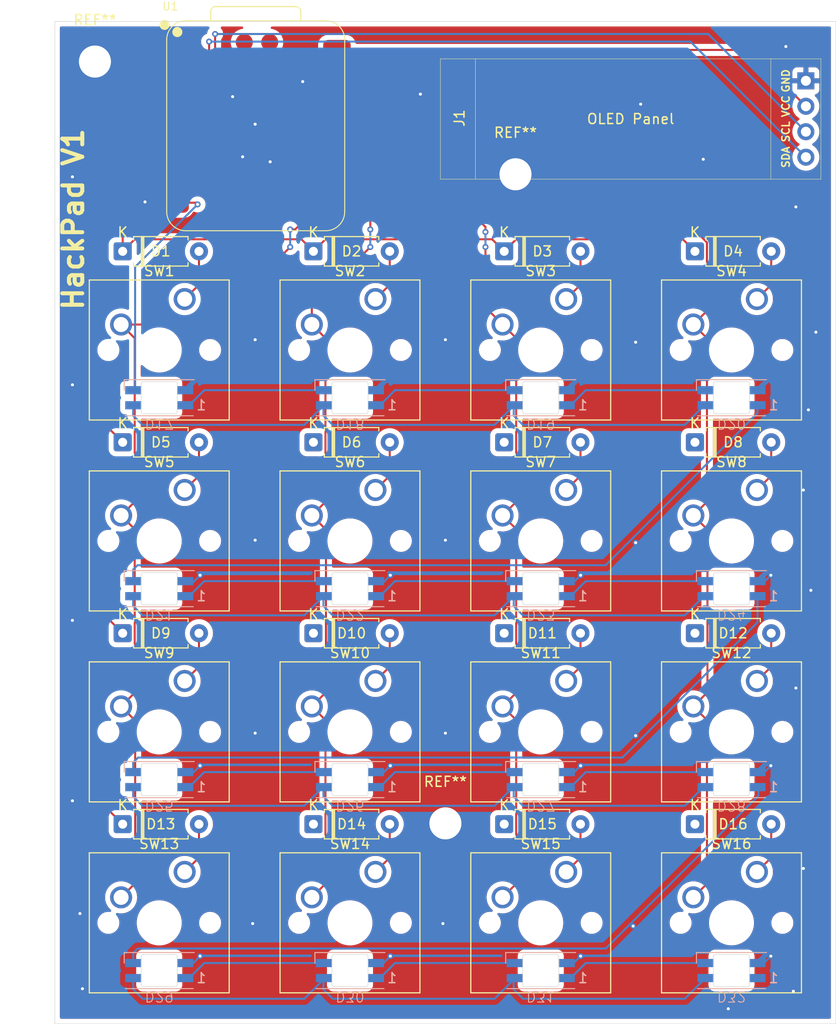
<source format=kicad_pcb>
(kicad_pcb (version 20241229) (generator "pcbnew") (generator_version "9.0")
  (layers (0 "F.Cu" signal) (2 "B.Cu" signal) (13 "F.Paste" user) (15 "B.Paste" user) (5 "F.SilkS" user "F.Silkscreen") (7 "B.SilkS" user "B.Silkscreen") (1 "F.Mask" user) (3 "B.Mask" user) (25 "Edge.Cuts" user))
  (net 0 "")
  (net 1 "ROW1")
  (net 2 "Net-(D1-A)")
  (net 3 "Net-(D2-A)")
  (net 4 "Net-(D3-A)")
  (net 5 "Net-(D4-A)")
  (net 6 "Net-(D5-A)")
  (net 7 "ROW2")
  (net 8 "Net-(D6-A)")
  (net 9 "Net-(D7-A)")
  (net 10 "Net-(D8-A)")
  (net 11 "ROW3")
  (net 12 "Net-(D9-A)")
  (net 13 "Net-(D10-A)")
  (net 14 "Net-(D11-A)")
  (net 15 "Net-(D12-A)")
  (net 16 "ROW4")
  (net 17 "Net-(D13-A)")
  (net 18 "Net-(D14-A)")
  (net 19 "Net-(D15-A)")
  (net 20 "Net-(D16-A)")
  (net 21 "GND")
  (net 22 "LEDs")
  (net 23 "Net-(D17-DOUT)")
  (net 24 "VBUS")
  (net 25 "Net-(D18-DOUT)")
  (net 26 "Net-(D19-DOUT)")
  (net 27 "Net-(D20-DOUT)")
  (net 28 "Net-(D21-DOUT)")
  (net 29 "Net-(D22-DOUT)")
  (net 30 "Net-(D23-DOUT)")
  (net 31 "Net-(D24-DOUT)")
  (net 32 "Net-(D25-DOUT)")
  (net 33 "Net-(D26-DOUT)")
  (net 34 "Net-(D27-DOUT)")
  (net 35 "Net-(D28-DOUT)")
  (net 36 "Net-(D29-DOUT)")
  (net 37 "Net-(D30-DOUT)")
  (net 38 "Net-(D31-DOUT)")
  (net 40 "SCL")
  (net 41 "SDA")
  (net 42 "COL1")
  (net 43 "COL2")
  (net 44 "COL3")
  (net 45 "COL4")
  (net 46 "+3.3V")
  (footprint "Button_Switch_Keyboard:SW_Cherry_MX_1.00u_PCB" (layer "F.Cu") (at 111.1105 57.695)
    (property "Reference" "SW4")
    (property "Value" "MX")
  )
  (footprint "Button_Switch_Keyboard:SW_Cherry_MX_1.00u_PCB" (layer "F.Cu") (at 111.1105 76.745)
    (property "Reference" "SW8")
    (property "Value" "MX")
  )
  (footprint "Button_Switch_Keyboard:SW_Cherry_MX_1.00u_PCB" (layer "F.Cu") (at 92.0605 76.745)
    (property "Reference" "SW7")
    (property "Value" "MX")
  )
  (footprint "Diode_THT:D_A-405_P7.62mm_Horizontal" (layer "F.Cu") (at 104.91925 71.9825)
    (property "Reference" "D8")
    (property "Value" "1N4148")
  )
  (footprint "Diode_THT:D_A-405_P7.62mm_Horizontal" (layer "F.Cu") (at 66.81925 91.0325)
    (property "Reference" "D10")
    (property "Value" "1N4148")
  )
  (footprint "Diode_THT:D_A-405_P7.62mm_Horizontal" (layer "F.Cu") (at 85.86925 110.0825)
    (property "Reference" "D15")
    (property "Value" "1N4148")
  )
  (footprint "Button_Switch_Keyboard:SW_Cherry_MX_1.00u_PCB" (layer "F.Cu") (at 92.0605 95.795)
    (property "Reference" "SW11")
    (property "Value" "MX")
  )
  (footprint "Diode_THT:D_A-405_P7.62mm_Horizontal" (layer "F.Cu") (at 47.76925 110.0825)
    (property "Reference" "D13")
    (property "Value" "1N4148")
  )
  (footprint "OPL_XIAO:XIAO-RP2040-SMD" (layer "F.Cu") (at 61 40.46)
    (property "Reference" "U1")
    (property "Value" "XIAO-RP2040-SMD")
  )
  (footprint "Diode_THT:D_A-405_P7.62mm_Horizontal" (layer "F.Cu") (at 66.81925 52.9325)
    (property "Reference" "D2")
    (property "Value" "1N4148")
  )
  (footprint "0.91_OLED_display:SSD1306-0.91-OLED-4pin-128x32" (layer "F.Cu") (at 79.5 33.73)
    (property "Reference" "J1")
    (property "Value" "0.91 OLED Display")
  )
  (footprint "Diode_THT:D_A-405_P7.62mm_Horizontal" (layer "F.Cu") (at 85.86925 52.9325)
    (property "Reference" "D3")
    (property "Value" "1N4148")
  )
  (footprint "MountingHole:MountingHole_3.2mm_M3" (layer "F.Cu") (at 45 34)
    (property "Reference" "REF**")
    (property "Value" "MountingHole_3.2mm_M3")
  )
  (footprint "MountingHole:MountingHole_3.2mm_M3" (layer "F.Cu") (at 80 110)
    (property "Reference" "REF**")
    (property "Value" "MountingHole_3.2mm_M3")
  )
  (footprint "Button_Switch_Keyboard:SW_Cherry_MX_1.00u_PCB" (layer "F.Cu") (at 73.0105 95.795)
    (property "Reference" "SW10")
    (property "Value" "MX")
  )
  (footprint "Diode_THT:D_A-405_P7.62mm_Horizontal" (layer "F.Cu") (at 47.76925 91.0325)
    (property "Reference" "D9")
    (property "Value" "1N4148")
  )
  (footprint "Diode_THT:D_A-405_P7.62mm_Horizontal" (layer "F.Cu") (at 47.76925 52.9325)
    (property "Reference" "D1")
    (property "Value" "1N4148")
  )
  (footprint "Button_Switch_Keyboard:SW_Cherry_MX_1.00u_PCB" (layer "F.Cu") (at 53.9605 76.745)
    (property "Reference" "SW5")
    (property "Value" "MX")
  )
  (footprint "Diode_THT:D_A-405_P7.62mm_Horizontal" (layer "F.Cu") (at 85.86925 91.0325)
    (property "Reference" "D11")
    (property "Value" "1N4148")
  )
  (footprint "Button_Switch_Keyboard:SW_Cherry_MX_1.00u_PCB" (layer "F.Cu") (at 53.9605 95.795)
    (property "Reference" "SW9")
    (property "Value" "MX")
  )
  (footprint "Button_Switch_Keyboard:SW_Cherry_MX_1.00u_PCB" (layer "F.Cu") (at 92.0605 57.695)
    (property "Reference" "SW3")
    (property "Value" "MX")
  )
  (footprint "Button_Switch_Keyboard:SW_Cherry_MX_1.00u_PCB" (layer "F.Cu") (at 53.9605 57.695)
    (property "Reference" "SW1")
    (property "Value" "MX")
  )
  (footprint "Button_Switch_Keyboard:SW_Cherry_MX_1.00u_PCB" (layer "F.Cu") (at 111.1105 95.795)
    (property "Reference" "SW12")
    (property "Value" "MX")
  )
  (footprint "Diode_THT:D_A-405_P7.62mm_Horizontal" (layer "F.Cu") (at 66.81925 71.9825)
    (property "Reference" "D6")
    (property "Value" "1N4148")
  )
  (footprint "Button_Switch_Keyboard:SW_Cherry_MX_1.00u_PCB" (layer "F.Cu") (at 73.0105 76.745)
    (property "Reference" "SW6")
    (property "Value" "MX")
  )
  (footprint "Button_Switch_Keyboard:SW_Cherry_MX_1.00u_PCB" (layer "F.Cu") (at 92.0605 114.845)
    (property "Reference" "SW15")
    (property "Value" "MX")
  )
  (footprint "Diode_THT:D_A-405_P7.62mm_Horizontal" (layer "F.Cu") (at 47.76925 71.9825)
    (property "Reference" "D5")
    (property "Value" "1N4148")
  )
  (footprint "Diode_THT:D_A-405_P7.62mm_Horizontal" (layer "F.Cu") (at 104.91925 110.0825)
    (property "Reference" "D16")
    (property "Value" "1N4148")
  )
  (footprint "Button_Switch_Keyboard:SW_Cherry_MX_1.00u_PCB" (layer "F.Cu") (at 73.0105 114.845)
    (property "Reference" "SW14")
    (property "Value" "MX")
  )
  (footprint "Button_Switch_Keyboard:SW_Cherry_MX_1.00u_PCB" (layer "F.Cu") (at 111.1105 114.845)
    (property "Reference" "SW16")
    (property "Value" "MX")
  )
  (footprint "Diode_THT:D_A-405_P7.62mm_Horizontal" (layer "F.Cu") (at 85.86925 71.9825)
    (property "Reference" "D7")
    (property "Value" "1N4148")
  )
  (footprint "Diode_THT:D_A-405_P7.62mm_Horizontal" (layer "F.Cu") (at 104.91925 52.9325)
    (property "Reference" "D4")
    (property "Value" "1N4148")
  )
  (footprint "Button_Switch_Keyboard:SW_Cherry_MX_1.00u_PCB" (layer "F.Cu") (at 73.0105 57.695)
    (property "Reference" "SW2")
    (property "Value" "MX")
  )
  (footprint "Diode_THT:D_A-405_P7.62mm_Horizontal" (layer "F.Cu") (at 66.81925 110.0825)
    (property "Reference" "D14")
    (property "Value" "1N4148")
  )
  (footprint "Button_Switch_Keyboard:SW_Cherry_MX_1.00u_PCB" (layer "F.Cu") (at 53.9605 114.845)
    (property "Reference" "SW13")
    (property "Value" "MX")
  )
  (footprint "Diode_THT:D_A-405_P7.62mm_Horizontal" (layer "F.Cu") (at 104.91925 91.0325)
    (property "Reference" "D12")
    (property "Value" "1N4148")
  )
  (footprint "MountingHole:MountingHole_3.2mm_M3" (layer "F.Cu") (at 87 45.24375)
    (property "Reference" "REF**")
    (property "Value" "MountingHole_3.2mm_M3")
  )
  (footprint "LED_SK6812MINI-E:LED_SK6812MINI-E_PLCC4_3.2x2.8mm_P1.5mm" (layer "B.Cu") (at 108.5705 86.5875)
    (property "Reference" "D24")
    (property "Value" "SK6812MINI")
    (fp_line (start -1.8 1.4) (end -1.8 -1.4) (stroke (width 0.05)) (layer "Edge.Cuts"))
    (fp_line (start -1.6 -1.6) (end 1.6 -1.6) (stroke (width 0.05)) (layer "Edge.Cuts"))
    (fp_line (start -1.6 1.6) (end 1.6 1.6) (stroke (width 0.05)) (layer "Edge.Cuts"))
    (fp_line (start 1.8 1.4) (end 1.8 -1.4) (stroke (width 0.05)) (layer "Edge.Cuts"))
    (fp_arc (start -1.8 -1.4) (mid -1.741421 -1.541421) (end -1.6 -1.6) (stroke (width 0.05)) (layer "Edge.Cuts"))
    (fp_arc (start -1.6 1.6) (mid -1.741421 1.541421) (end -1.8 1.4) (stroke (width 0.05)) (layer "Edge.Cuts"))
    (fp_arc (start 1.6 -1.6) (mid 1.741421 -1.541421) (end 1.8 -1.4) (stroke (width 0.05)) (layer "Edge.Cuts"))
    (fp_arc (start 1.8 1.4) (mid 1.741421 1.541421) (end 1.6 1.6) (stroke (width 0.05)) (layer "Edge.Cuts"))
  )
  (footprint "LED_SK6812MINI-E:LED_SK6812MINI-E_PLCC4_3.2x2.8mm_P1.5mm" (layer "B.Cu") (at 51.4205 124.6875)
    (property "Reference" "D29")
    (property "Value" "SK6812MINI")
    (fp_line (start -1.8 1.4) (end -1.8 -1.4) (stroke (width 0.05)) (layer "Edge.Cuts"))
    (fp_line (start -1.6 -1.6) (end 1.6 -1.6) (stroke (width 0.05)) (layer "Edge.Cuts"))
    (fp_line (start -1.6 1.6) (end 1.6 1.6) (stroke (width 0.05)) (layer "Edge.Cuts"))
    (fp_line (start 1.8 1.4) (end 1.8 -1.4) (stroke (width 0.05)) (layer "Edge.Cuts"))
    (fp_arc (start -1.8 -1.4) (mid -1.741421 -1.541421) (end -1.6 -1.6) (stroke (width 0.05)) (layer "Edge.Cuts"))
    (fp_arc (start -1.6 1.6) (mid -1.741421 1.541421) (end -1.8 1.4) (stroke (width 0.05)) (layer "Edge.Cuts"))
    (fp_arc (start 1.6 -1.6) (mid 1.741421 -1.541421) (end 1.8 -1.4) (stroke (width 0.05)) (layer "Edge.Cuts"))
    (fp_arc (start 1.8 1.4) (mid 1.741421 1.541421) (end 1.6 1.6) (stroke (width 0.05)) (layer "Edge.Cuts"))
  )
  (footprint "LED_SK6812MINI-E:LED_SK6812MINI-E_PLCC4_3.2x2.8mm_P1.5mm" (layer "B.Cu") (at 70.4705 67.5375)
    (property "Reference" "D18")
    (property "Value" "SK6812MINI")
    (fp_line (start -1.8 1.4) (end -1.8 -1.4) (stroke (width 0.05)) (layer "Edge.Cuts"))
    (fp_line (start -1.6 -1.6) (end 1.6 -1.6) (stroke (width 0.05)) (layer "Edge.Cuts"))
    (fp_line (start -1.6 1.6) (end 1.6 1.6) (stroke (width 0.05)) (layer "Edge.Cuts"))
    (fp_line (start 1.8 1.4) (end 1.8 -1.4) (stroke (width 0.05)) (layer "Edge.Cuts"))
    (fp_arc (start -1.8 -1.4) (mid -1.741421 -1.541421) (end -1.6 -1.6) (stroke (width 0.05)) (layer "Edge.Cuts"))
    (fp_arc (start -1.6 1.6) (mid -1.741421 1.541421) (end -1.8 1.4) (stroke (width 0.05)) (layer "Edge.Cuts"))
    (fp_arc (start 1.6 -1.6) (mid 1.741421 -1.541421) (end 1.8 -1.4) (stroke (width 0.05)) (layer "Edge.Cuts"))
    (fp_arc (start 1.8 1.4) (mid 1.741421 1.541421) (end 1.6 1.6) (stroke (width 0.05)) (layer "Edge.Cuts"))
  )
  (footprint "LED_SK6812MINI-E:LED_SK6812MINI-E_PLCC4_3.2x2.8mm_P1.5mm" (layer "B.Cu") (at 89.5205 105.6375)
    (property "Reference" "D27")
    (property "Value" "SK6812MINI")
    (fp_line (start -1.8 1.4) (end -1.8 -1.4) (stroke (width 0.05)) (layer "Edge.Cuts"))
    (fp_line (start -1.6 -1.6) (end 1.6 -1.6) (stroke (width 0.05)) (layer "Edge.Cuts"))
    (fp_line (start -1.6 1.6) (end 1.6 1.6) (stroke (width 0.05)) (layer "Edge.Cuts"))
    (fp_line (start 1.8 1.4) (end 1.8 -1.4) (stroke (width 0.05)) (layer "Edge.Cuts"))
    (fp_arc (start -1.8 -1.4) (mid -1.741421 -1.541421) (end -1.6 -1.6) (stroke (width 0.05)) (layer "Edge.Cuts"))
    (fp_arc (start -1.6 1.6) (mid -1.741421 1.541421) (end -1.8 1.4) (stroke (width 0.05)) (layer "Edge.Cuts"))
    (fp_arc (start 1.6 -1.6) (mid 1.741421 -1.541421) (end 1.8 -1.4) (stroke (width 0.05)) (layer "Edge.Cuts"))
    (fp_arc (start 1.8 1.4) (mid 1.741421 1.541421) (end 1.6 1.6) (stroke (width 0.05)) (layer "Edge.Cuts"))
  )
  (footprint "LED_SK6812MINI-E:LED_SK6812MINI-E_PLCC4_3.2x2.8mm_P1.5mm" (layer "B.Cu") (at 89.5205 67.5375)
    (property "Reference" "D19")
    (property "Value" "SK6812MINI")
    (fp_line (start -1.8 1.4) (end -1.8 -1.4) (stroke (width 0.05)) (layer "Edge.Cuts"))
    (fp_line (start -1.6 -1.6) (end 1.6 -1.6) (stroke (width 0.05)) (layer "Edge.Cuts"))
    (fp_line (start -1.6 1.6) (end 1.6 1.6) (stroke (width 0.05)) (layer "Edge.Cuts"))
    (fp_line (start 1.8 1.4) (end 1.8 -1.4) (stroke (width 0.05)) (layer "Edge.Cuts"))
    (fp_arc (start -1.8 -1.4) (mid -1.741421 -1.541421) (end -1.6 -1.6) (stroke (width 0.05)) (layer "Edge.Cuts"))
    (fp_arc (start -1.6 1.6) (mid -1.741421 1.541421) (end -1.8 1.4) (stroke (width 0.05)) (layer "Edge.Cuts"))
    (fp_arc (start 1.6 -1.6) (mid 1.741421 -1.541421) (end 1.8 -1.4) (stroke (width 0.05)) (layer "Edge.Cuts"))
    (fp_arc (start 1.8 1.4) (mid 1.741421 1.541421) (end 1.6 1.6) (stroke (width 0.05)) (layer "Edge.Cuts"))
  )
  (footprint "LED_SK6812MINI-E:LED_SK6812MINI-E_PLCC4_3.2x2.8mm_P1.5mm" (layer "B.Cu") (at 51.4205 67.5375)
    (property "Reference" "D17")
    (property "Value" "SK6812MINI")
    (fp_line (start -1.8 1.4) (end -1.8 -1.4) (stroke (width 0.05)) (layer "Edge.Cuts"))
    (fp_line (start -1.6 -1.6) (end 1.6 -1.6) (stroke (width 0.05)) (layer "Edge.Cuts"))
    (fp_line (start -1.6 1.6) (end 1.6 1.6) (stroke (width 0.05)) (layer "Edge.Cuts"))
    (fp_line (start 1.8 1.4) (end 1.8 -1.4) (stroke (width 0.05)) (layer "Edge.Cuts"))
    (fp_arc (start -1.8 -1.4) (mid -1.741421 -1.541421) (end -1.6 -1.6) (stroke (width 0.05)) (layer "Edge.Cuts"))
    (fp_arc (start -1.6 1.6) (mid -1.741421 1.541421) (end -1.8 1.4) (stroke (width 0.05)) (layer "Edge.Cuts"))
    (fp_arc (start 1.6 -1.6) (mid 1.741421 -1.541421) (end 1.8 -1.4) (stroke (width 0.05)) (layer "Edge.Cuts"))
    (fp_arc (start 1.8 1.4) (mid 1.741421 1.541421) (end 1.6 1.6) (stroke (width 0.05)) (layer "Edge.Cuts"))
  )
  (footprint "LED_SK6812MINI-E:LED_SK6812MINI-E_PLCC4_3.2x2.8mm_P1.5mm" (layer "B.Cu") (at 70.4705 86.5875)
    (property "Reference" "D22")
    (property "Value" "SK6812MINI")
    (fp_line (start -1.8 1.4) (end -1.8 -1.4) (stroke (width 0.05)) (layer "Edge.Cuts"))
    (fp_line (start -1.6 -1.6) (end 1.6 -1.6) (stroke (width 0.05)) (layer "Edge.Cuts"))
    (fp_line (start -1.6 1.6) (end 1.6 1.6) (stroke (width 0.05)) (layer "Edge.Cuts"))
    (fp_line (start 1.8 1.4) (end 1.8 -1.4) (stroke (width 0.05)) (layer "Edge.Cuts"))
    (fp_arc (start -1.8 -1.4) (mid -1.741421 -1.541421) (end -1.6 -1.6) (stroke (width 0.05)) (layer "Edge.Cuts"))
    (fp_arc (start -1.6 1.6) (mid -1.741421 1.541421) (end -1.8 1.4) (stroke (width 0.05)) (layer "Edge.Cuts"))
    (fp_arc (start 1.6 -1.6) (mid 1.741421 -1.541421) (end 1.8 -1.4) (stroke (width 0.05)) (layer "Edge.Cuts"))
    (fp_arc (start 1.8 1.4) (mid 1.741421 1.541421) (end 1.6 1.6) (stroke (width 0.05)) (layer "Edge.Cuts"))
  )
  (footprint "LED_SK6812MINI-E:LED_SK6812MINI-E_PLCC4_3.2x2.8mm_P1.5mm" (layer "B.Cu") (at 51.4205 86.5875)
    (property "Reference" "D21")
    (property "Value" "SK6812MINI")
    (fp_line (start -1.8 1.4) (end -1.8 -1.4) (stroke (width 0.05)) (layer "Edge.Cuts"))
    (fp_line (start -1.6 -1.6) (end 1.6 -1.6) (stroke (width 0.05)) (layer "Edge.Cuts"))
    (fp_line (start -1.6 1.6) (end 1.6 1.6) (stroke (width 0.05)) (layer "Edge.Cuts"))
    (fp_line (start 1.8 1.4) (end 1.8 -1.4) (stroke (width 0.05)) (layer "Edge.Cuts"))
    (fp_arc (start -1.8 -1.4) (mid -1.741421 -1.541421) (end -1.6 -1.6) (stroke (width 0.05)) (layer "Edge.Cuts"))
    (fp_arc (start -1.6 1.6) (mid -1.741421 1.541421) (end -1.8 1.4) (stroke (width 0.05)) (layer "Edge.Cuts"))
    (fp_arc (start 1.6 -1.6) (mid 1.741421 -1.541421) (end 1.8 -1.4) (stroke (width 0.05)) (layer "Edge.Cuts"))
    (fp_arc (start 1.8 1.4) (mid 1.741421 1.541421) (end 1.6 1.6) (stroke (width 0.05)) (layer "Edge.Cuts"))
  )
  (footprint "LED_SK6812MINI-E:LED_SK6812MINI-E_PLCC4_3.2x2.8mm_P1.5mm" (layer "B.Cu") (at 108.5705 124.6875)
    (property "Reference" "D32")
    (property "Value" "SK6812MINI")
    (fp_line (start -1.8 1.4) (end -1.8 -1.4) (stroke (width 0.05)) (layer "Edge.Cuts"))
    (fp_line (start -1.6 -1.6) (end 1.6 -1.6) (stroke (width 0.05)) (layer "Edge.Cuts"))
    (fp_line (start -1.6 1.6) (end 1.6 1.6) (stroke (width 0.05)) (layer "Edge.Cuts"))
    (fp_line (start 1.8 1.4) (end 1.8 -1.4) (stroke (width 0.05)) (layer "Edge.Cuts"))
    (fp_arc (start -1.8 -1.4) (mid -1.741421 -1.541421) (end -1.6 -1.6) (stroke (width 0.05)) (layer "Edge.Cuts"))
    (fp_arc (start -1.6 1.6) (mid -1.741421 1.541421) (end -1.8 1.4) (stroke (width 0.05)) (layer "Edge.Cuts"))
    (fp_arc (start 1.6 -1.6) (mid 1.741421 -1.541421) (end 1.8 -1.4) (stroke (width 0.05)) (layer "Edge.Cuts"))
    (fp_arc (start 1.8 1.4) (mid 1.741421 1.541421) (end 1.6 1.6) (stroke (width 0.05)) (layer "Edge.Cuts"))
  )
  (footprint "LED_SK6812MINI-E:LED_SK6812MINI-E_PLCC4_3.2x2.8mm_P1.5mm" (layer "B.Cu") (at 108.5705 105.6375)
    (property "Reference" "D28")
    (property "Value" "SK6812MINI")
    (fp_line (start -1.8 1.4) (end -1.8 -1.4) (stroke (width 0.05)) (layer "Edge.Cuts"))
    (fp_line (start -1.6 -1.6) (end 1.6 -1.6) (stroke (width 0.05)) (layer "Edge.Cuts"))
    (fp_line (start -1.6 1.6) (end 1.6 1.6) (stroke (width 0.05)) (layer "Edge.Cuts"))
    (fp_line (start 1.8 1.4) (end 1.8 -1.4) (stroke (width 0.05)) (layer "Edge.Cuts"))
    (fp_arc (start -1.8 -1.4) (mid -1.741421 -1.541421) (end -1.6 -1.6) (stroke (width 0.05)) (layer "Edge.Cuts"))
    (fp_arc (start -1.6 1.6) (mid -1.741421 1.541421) (end -1.8 1.4) (stroke (width 0.05)) (layer "Edge.Cuts"))
    (fp_arc (start 1.6 -1.6) (mid 1.741421 -1.541421) (end 1.8 -1.4) (stroke (width 0.05)) (layer "Edge.Cuts"))
    (fp_arc (start 1.8 1.4) (mid 1.741421 1.541421) (end 1.6 1.6) (stroke (width 0.05)) (layer "Edge.Cuts"))
  )
  (footprint "LED_SK6812MINI-E:LED_SK6812MINI-E_PLCC4_3.2x2.8mm_P1.5mm" (layer "B.Cu") (at 89.5205 124.6875)
    (property "Reference" "D31")
    (property "Value" "SK6812MINI")
    (fp_line (start -1.8 1.4) (end -1.8 -1.4) (stroke (width 0.05)) (layer "Edge.Cuts"))
    (fp_line (start -1.6 -1.6) (end 1.6 -1.6) (stroke (width 0.05)) (layer "Edge.Cuts"))
    (fp_line (start -1.6 1.6) (end 1.6 1.6) (stroke (width 0.05)) (layer "Edge.Cuts"))
    (fp_line (start 1.8 1.4) (end 1.8 -1.4) (stroke (width 0.05)) (layer "Edge.Cuts"))
    (fp_arc (start -1.8 -1.4) (mid -1.741421 -1.541421) (end -1.6 -1.6) (stroke (width 0.05)) (layer "Edge.Cuts"))
    (fp_arc (start -1.6 1.6) (mid -1.741421 1.541421) (end -1.8 1.4) (stroke (width 0.05)) (layer "Edge.Cuts"))
    (fp_arc (start 1.6 -1.6) (mid 1.741421 -1.541421) (end 1.8 -1.4) (stroke (width 0.05)) (layer "Edge.Cuts"))
    (fp_arc (start 1.8 1.4) (mid 1.741421 1.541421) (end 1.6 1.6) (stroke (width 0.05)) (layer "Edge.Cuts"))
  )
  (footprint "LED_SK6812MINI-E:LED_SK6812MINI-E_PLCC4_3.2x2.8mm_P1.5mm" (layer "B.Cu") (at 51.4205 105.6375)
    (property "Reference" "D25")
    (property "Value" "SK6812MINI")
    (fp_line (start -1.8 1.4) (end -1.8 -1.4) (stroke (width 0.05)) (layer "Edge.Cuts"))
    (fp_line (start -1.6 -1.6) (end 1.6 -1.6) (stroke (width 0.05)) (layer "Edge.Cuts"))
    (fp_line (start -1.6 1.6) (end 1.6 1.6) (stroke (width 0.05)) (layer "Edge.Cuts"))
    (fp_line (start 1.8 1.4) (end 1.8 -1.4) (stroke (width 0.05)) (layer "Edge.Cuts"))
    (fp_arc (start -1.8 -1.4) (mid -1.741421 -1.541421) (end -1.6 -1.6) (stroke (width 0.05)) (layer "Edge.Cuts"))
    (fp_arc (start -1.6 1.6) (mid -1.741421 1.541421) (end -1.8 1.4) (stroke (width 0.05)) (layer "Edge.Cuts"))
    (fp_arc (start 1.6 -1.6) (mid 1.741421 -1.541421) (end 1.8 -1.4) (stroke (width 0.05)) (layer "Edge.Cuts"))
    (fp_arc (start 1.8 1.4) (mid 1.741421 1.541421) (end 1.6 1.6) (stroke (width 0.05)) (layer "Edge.Cuts"))
  )
  (footprint "LED_SK6812MINI-E:LED_SK6812MINI-E_PLCC4_3.2x2.8mm_P1.5mm" (layer "B.Cu") (at 70.4705 124.6875)
    (property "Reference" "D30")
    (property "Value" "SK6812MINI")
    (fp_line (start -1.8 1.4) (end -1.8 -1.4) (stroke (width 0.05)) (layer "Edge.Cuts"))
    (fp_line (start -1.6 -1.6) (end 1.6 -1.6) (stroke (width 0.05)) (layer "Edge.Cuts"))
    (fp_line (start -1.6 1.6) (end 1.6 1.6) (stroke (width 0.05)) (layer "Edge.Cuts"))
    (fp_line (start 1.8 1.4) (end 1.8 -1.4) (stroke (width 0.05)) (layer "Edge.Cuts"))
    (fp_arc (start -1.8 -1.4) (mid -1.741421 -1.541421) (end -1.6 -1.6) (stroke (width 0.05)) (layer "Edge.Cuts"))
    (fp_arc (start -1.6 1.6) (mid -1.741421 1.541421) (end -1.8 1.4) (stroke (width 0.05)) (layer "Edge.Cuts"))
    (fp_arc (start 1.6 -1.6) (mid 1.741421 -1.541421) (end 1.8 -1.4) (stroke (width 0.05)) (layer "Edge.Cuts"))
    (fp_arc (start 1.8 1.4) (mid 1.741421 1.541421) (end 1.6 1.6) (stroke (width 0.05)) (layer "Edge.Cuts"))
  )
  (footprint "LED_SK6812MINI-E:LED_SK6812MINI-E_PLCC4_3.2x2.8mm_P1.5mm" (layer "B.Cu") (at 108.5705 67.5375)
    (property "Reference" "D20")
    (property "Value" "SK6812MINI")
    (fp_line (start -1.8 1.4) (end -1.8 -1.4) (stroke (width 0.05)) (layer "Edge.Cuts"))
    (fp_line (start -1.6 -1.6) (end 1.6 -1.6) (stroke (width 0.05)) (layer "Edge.Cuts"))
    (fp_line (start -1.6 1.6) (end 1.6 1.6) (stroke (width 0.05)) (layer "Edge.Cuts"))
    (fp_line (start 1.8 1.4) (end 1.8 -1.4) (stroke (width 0.05)) (layer "Edge.Cuts"))
    (fp_arc (start -1.8 -1.4) (mid -1.741421 -1.541421) (end -1.6 -1.6) (stroke (width 0.05)) (layer "Edge.Cuts"))
    (fp_arc (start -1.6 1.6) (mid -1.741421 1.541421) (end -1.8 1.4) (stroke (width 0.05)) (layer "Edge.Cuts"))
    (fp_arc (start 1.6 -1.6) (mid 1.741421 -1.541421) (end 1.8 -1.4) (stroke (width 0.05)) (layer "Edge.Cuts"))
    (fp_arc (start 1.8 1.4) (mid 1.741421 1.541421) (end 1.6 1.6) (stroke (width 0.05)) (layer "Edge.Cuts"))
  )
  (footprint "LED_SK6812MINI-E:LED_SK6812MINI-E_PLCC4_3.2x2.8mm_P1.5mm" (layer "B.Cu") (at 89.5205 86.5875)
    (property "Reference" "D23")
    (property "Value" "SK6812MINI")
    (fp_line (start -1.8 1.4) (end -1.8 -1.4) (stroke (width 0.05)) (layer "Edge.Cuts"))
    (fp_line (start -1.6 -1.6) (end 1.6 -1.6) (stroke (width 0.05)) (layer "Edge.Cuts"))
    (fp_line (start -1.6 1.6) (end 1.6 1.6) (stroke (width 0.05)) (layer "Edge.Cuts"))
    (fp_line (start 1.8 1.4) (end 1.8 -1.4) (stroke (width 0.05)) (layer "Edge.Cuts"))
    (fp_arc (start -1.8 -1.4) (mid -1.741421 -1.541421) (end -1.6 -1.6) (stroke (width 0.05)) (layer "Edge.Cuts"))
    (fp_arc (start -1.6 1.6) (mid -1.741421 1.541421) (end -1.8 1.4) (stroke (width 0.05)) (layer "Edge.Cuts"))
    (fp_arc (start 1.6 -1.6) (mid 1.741421 -1.541421) (end 1.8 -1.4) (stroke (width 0.05)) (layer "Edge.Cuts"))
    (fp_arc (start 1.8 1.4) (mid 1.741421 1.541421) (end 1.6 1.6) (stroke (width 0.05)) (layer "Edge.Cuts"))
  )
  (footprint "LED_SK6812MINI-E:LED_SK6812MINI-E_PLCC4_3.2x2.8mm_P1.5mm" (layer "B.Cu") (at 70.4705 105.6375)
    (property "Reference" "D26")
    (property "Value" "SK6812MINI")
    (fp_line (start -1.8 1.4) (end -1.8 -1.4) (stroke (width 0.05)) (layer "Edge.Cuts"))
    (fp_line (start -1.6 -1.6) (end 1.6 -1.6) (stroke (width 0.05)) (layer "Edge.Cuts"))
    (fp_line (start -1.6 1.6) (end 1.6 1.6) (stroke (width 0.05)) (layer "Edge.Cuts"))
    (fp_line (start 1.8 1.4) (end 1.8 -1.4) (stroke (width 0.05)) (layer "Edge.Cuts"))
    (fp_arc (start -1.8 -1.4) (mid -1.741421 -1.541421) (end -1.6 -1.6) (stroke (width 0.05)) (layer "Edge.Cuts"))
    (fp_arc (start -1.6 1.6) (mid -1.741421 1.541421) (end -1.8 1.4) (stroke (width 0.05)) (layer "Edge.Cuts"))
    (fp_arc (start 1.6 -1.6) (mid 1.741421 -1.541421) (end 1.8 -1.4) (stroke (width 0.05)) (layer "Edge.Cuts"))
    (fp_arc (start 1.8 1.4) (mid 1.741421 1.541421) (end 1.6 1.6) (stroke (width 0.05)) (layer "Edge.Cuts"))
  )
  (gr_rect (start 40.9955 30) (end 118.9955 130) (stroke (width 0.05)) (fill no) (layer "Edge.Cuts"))
  (gr_text "HackPad V1" (at 44 59 90) (layer "F.SilkS") (effects (font (size 2 2) (thickness 0.4) (bold yes)) (justify left bottom)))
  (segment (start 65.61825 51.7315) (end 48.97025 51.7315) (width 0.2) (layer "F.Cu") (net 1))
  (segment (start 87.07025 51.7315) (end 85.86925 52.9325) (width 0.2) (layer "F.Cu") (net 1))
  (segment (start 85.86925 52.9325) (end 84.66825 51.7315) (width 0.2) (layer "F.Cu") (net 1))
  (segment (start 66.81925 52.9325) (end 65.61825 51.7315) (width 0.2) (layer "F.Cu") (net 1))
  (segment (start 48.97025 51.7315) (end 47.76925 52.9325) (width 0.2) (layer "F.Cu") (net 1))
  (segment (start 84.66825 51.7315) (end 68.02025 51.7315) (width 0.2) (layer "F.Cu") (net 1))
  (segment (start 47.76925 45.69075) (end 47.76925 52.9325) (width 0.2) (layer "F.Cu") (net 1))
  (segment (start 68.02025 51.7315) (end 66.81925 52.9325) (width 0.2) (layer "F.Cu") (net 1))
  (segment (start 104.91925 52.9325) (end 103.71825 51.7315) (width 0.2) (layer "F.Cu") (net 1))
  (segment (start 103.71825 51.7315) (end 87.07025 51.7315) (width 0.2) (layer "F.Cu") (net 1))
  (segment (start 53 40.46) (end 47.76925 45.69075) (width 0.2) (layer "F.Cu") (net 1))
  (segment (start 55.38925 52.9325) (end 55.38925 56.26625) (width 0.2) (layer "F.Cu") (net 2))
  (segment (start 55.38925 56.26625) (end 53.9605 57.695) (width 0.2) (layer "F.Cu") (net 2))
  (segment (start 74.43925 56.26625) (end 74.43925 52.9325) (width 0.2) (layer "F.Cu") (net 3))
  (segment (start 73.0105 57.695) (end 74.43925 56.26625) (width 0.2) (layer "F.Cu") (net 3))
  (segment (start 93.48925 56.26625) (end 93.48925 52.9325) (width 0.2) (layer "F.Cu") (net 4))
  (segment (start 92.0605 57.695) (end 93.48925 56.26625) (width 0.2) (layer "F.Cu") (net 4))
  (segment (start 112.53925 56.26625) (end 112.53925 52.9325) (width 0.2) (layer "F.Cu") (net 5))
  (segment (start 111.1105 57.695) (end 112.53925 56.26625) (width 0.2) (layer "F.Cu") (net 5))
  (segment (start 53.9605 76.745) (end 55.38925 75.31625) (width 0.2) (layer "F.Cu") (net 6))
  (segment (start 55.38925 75.31625) (end 55.38925 71.9825) (width 0.2) (layer "F.Cu") (net 6))
  (segment (start 45.1395 69.35275) (end 47.76925 71.9825) (width 0.2) (layer "F.Cu") (net 7))
  (segment (start 45.1395 45.7805) (end 45.1395 69.35275) (width 0.2) (layer "F.Cu") (net 7))
  (segment (start 53 37.92) (end 45.1395 45.7805) (width 0.2) (layer "F.Cu") (net 7))
  (segment (start 74.43925 75.31625) (end 74.43925 71.9825) (width 0.2) (layer "F.Cu") (net 8))
  (segment (start 73.0105 76.745) (end 74.43925 75.31625) (width 0.2) (layer "F.Cu") (net 8))
  (segment (start 92.0605 76.745) (end 93.48925 75.31625) (width 0.2) (layer "F.Cu") (net 9))
  (segment (start 93.48925 75.31625) (end 93.48925 71.9825) (width 0.2) (layer "F.Cu") (net 9))
  (segment (start 112.53925 75.31625) (end 112.53925 71.9825) (width 0.2) (layer "F.Cu") (net 10))
  (segment (start 111.1105 76.745) (end 112.53925 75.31625) (width 0.2) (layer "F.Cu") (net 10))
  (segment (start 53 35.38) (end 44.7385 43.6415) (width 0.2) (layer "F.Cu") (net 11))
  (segment (start 44.7385 88.00175) (end 47.76925 91.0325) (width 0.2) (layer "F.Cu") (net 11))
  (segment (start 44.7385 43.6415) (end 44.7385 88.00175) (width 0.2) (layer "F.Cu") (net 11))
  (segment (start 55.38925 94.36625) (end 55.38925 91.0325) (width 0.2) (layer "F.Cu") (net 12))
  (segment (start 53.9605 95.795) (end 55.38925 94.36625) (width 0.2) (layer "F.Cu") (net 12))
  (segment (start 74.43925 94.36625) (end 74.43925 91.0325) (width 0.2) (layer "F.Cu") (net 13))
  (segment (start 73.0105 95.795) (end 74.43925 94.36625) (width 0.2) (layer "F.Cu") (net 13))
  (segment (start 93.48925 94.36625) (end 93.48925 91.0325) (width 0.2) (layer "F.Cu") (net 14))
  (segment (start 92.0605 95.795) (end 93.48925 94.36625) (width 0.2) (layer "F.Cu") (net 14))
  (segment (start 112.53925 94.36625) (end 112.53925 91.0325) (width 0.2) (layer "F.Cu") (net 15))
  (segment (start 111.1105 95.795) (end 112.53925 94.36625) (width 0.2) (layer "F.Cu") (net 15))
  (segment (start 44.3375 41.5025) (end 44.3375 106.65075) (width 0.2) (layer "F.Cu") (net 16))
  (segment (start 53 32.84) (end 44.3375 41.5025) (width 0.2) (layer "F.Cu") (net 16))
  (segment (start 44.3375 106.65075) (end 47.76925 110.0825) (width 0.2) (layer "F.Cu") (net 16))
  (segment (start 53.9605 114.845) (end 55.38925 113.41625) (width 0.2) (layer "F.Cu") (net 17))
  (segment (start 55.38925 113.41625) (end 55.38925 110.0825) (width 0.2) (layer "F.Cu") (net 17))
  (segment (start 73.0105 114.845) (end 74.43925 113.41625) (width 0.2) (layer "F.Cu") (net 18))
  (segment (start 74.43925 113.41625) (end 74.43925 110.0825) (width 0.2) (layer "F.Cu") (net 18))
  (segment (start 93.48925 113.41625) (end 93.48925 110.0825) (width 0.2) (layer "F.Cu") (net 19))
  (segment (start 92.0605 114.845) (end 93.48925 113.41625) (width 0.2) (layer "F.Cu") (net 19))
  (segment (start 112.53925 113.41625) (end 112.53925 110.0825) (width 0.2) (layer "F.Cu") (net 20))
  (segment (start 111.1105 114.845) (end 112.53925 113.41625) (width 0.2) (layer "F.Cu") (net 20))
  (via (at 74.5 104.25) (size 0.6) (drill 0.3) (layers "F.Cu" "B.Cu") (net 21))
  (via (at 43.75 126.5) (size 0.6) (drill 0.3) (layers "F.Cu" "B.Cu") (net 21))
  (via (at 74.5 123.25) (size 0.6) (drill 0.3) (layers "F.Cu" "B.Cu") (net 21))
  (via (at 42.75 89.75) (size 0.6) (drill 0.3) (layers "F.Cu" "B.Cu") (net 21))
  (via (at 93.5 104.25) (size 0.6) (drill 0.3) (layers "F.Cu" "B.Cu") (net 21))
  (via (at 112.5 104.25) (size 0.6) (drill 0.3) (layers "F.Cu" "B.Cu") (net 21))
  (via (at 112.5 123.25) (size 0.6) (drill 0.3) (layers "F.Cu" "B.Cu") (net 21))
  (via (at 114 32.5) (size 0.6) (drill 0.3) (layers "F.Cu" "B.Cu") (net 21))
  (via (at 61 101) (size 0.6) (drill 0.3) (layers "F.Cu" "B.Cu") (net 21))
  (via (at 60.75 120) (size 0.6) (drill 0.3) (layers "F.Cu" "B.Cu") (net 21))
  (via (at 105.75 43.75) (size 0.6) (drill 0.3) (layers "F.Cu" "B.Cu") (net 21))
  (via (at 65.75 36) (size 0.6) (drill 0.3) (layers "F.Cu" "B.Cu") (net 21))
  (via (at 115.75 76.75) (size 0.6) (drill 0.3) (layers "F.Cu" "B.Cu") (net 21))
  (via (at 99 62) (size 0.6) (drill 0.3) (layers "F.Cu" "B.Cu") (net 21))
  (via (at 108.25 128.5) (size 0.6) (drill 0.3) (layers "F.Cu" "B.Cu") (net 21))
  (via (at 117 61) (size 0.6) (drill 0.3) (layers "F.Cu" "B.Cu") (net 21))
  (via (at 50 48) (size 0.6) (drill 0.3) (layers "F.Cu" "B.Cu") (net 21))
  (via (at 80 81.75) (size 0.6) (drill 0.3) (layers "F.Cu" "B.Cu") (net 21))
  (via (at 80 61.75) (size 0.6) (drill 0.3) (layers "F.Cu" "B.Cu") (net 21))
  (via (at 55.5 85.25) (size 0.6) (drill 0.3) (layers "F.Cu" "B.Cu") (net 21))
  (via (at 99 82) (size 0.6) (drill 0.3) (layers "F.Cu" "B.Cu") (net 21))
  (via (at 116.25 68.75) (size 0.6) (drill 0.3) (layers "F.Cu" "B.Cu") (net 21))
  (via (at 74.5 85.25) (size 0.6) (drill 0.3) (layers "F.Cu" "B.Cu") (net 21))
  (via (at 115.75 114.5) (size 0.6) (drill 0.3) (layers "F.Cu" "B.Cu") (net 21))
  (via (at 115 96.5) (size 0.6) (drill 0.3) (layers "F.Cu" "B.Cu") (net 21))
  (via (at 42.75 66.25) (size 0.6) (drill 0.3) (layers "F.Cu" "B.Cu") (net 21))
  (via (at 55.5 104.25) (size 0.6) (drill 0.3) (layers "F.Cu" "B.Cu") (net 21))
  (via (at 61 81.75) (size 0.6) (drill 0.3) (layers "F.Cu" "B.Cu") (net 21))
  (via (at 114.75 126.75) (size 0.6) (drill 0.3) (layers "F.Cu" "B.Cu") (net 21))
  (via (at 79.75 120) (size 0.6) (drill 0.3) (layers "F.Cu" "B.Cu") (net 21))
  (via (at 42.75 45.5) (size 0.6) (drill 0.3) (layers "F.Cu" "B.Cu") (net 21))
  (via (at 43.5 119) (size 0.6) (drill 0.3) (layers "F.Cu" "B.Cu") (net 21))
  (via (at 99.5 38.25) (size 0.6) (drill 0.3) (layers "F.Cu" "B.Cu") (net 21))
  (via (at 80 101) (size 0.6) (drill 0.3) (layers "F.Cu" "B.Cu") (net 21))
  (via (at 93.5 123.25) (size 0.6) (drill 0.3) (layers "F.Cu" "B.Cu") (net 21))
  (via (at 59.75 43.5) (size 0.6) (drill 0.3) (layers "F.Cu" "B.Cu") (net 21))
  (via (at 61 40.25) (size 0.6) (drill 0.3) (layers "F.Cu" "B.Cu") (net 21))
  (via (at 112.5 85.25) (size 0.6) (drill 0.3) (layers "F.Cu" "B.Cu") (net 21))
  (via (at 77.5 37.25) (size 0.6) (drill 0.3) (layers "F.Cu" "B.Cu") (net 21))
  (via (at 98.75 120.25) (size 0.6) (drill 0.3) (layers "F.Cu" "B.Cu") (net 21))
  (via (at 58.75 37.5) (size 0.6) (drill 0.3) (layers "F.Cu" "B.Cu") (net 21))
  (via (at 115 48.5) (size 0.6) (drill 0.3) (layers "F.Cu" "B.Cu") (net 21))
  (via (at 99 101.25) (size 0.6) (drill 0.3) (layers "F.Cu" "B.Cu") (net 21))
  (via (at 61 61.75) (size 0.6) (drill 0.3) (layers "F.Cu" "B.Cu") (net 21))
  (via (at 116.5 86.75) (size 0.6) (drill 0.3) (layers "F.Cu" "B.Cu") (net 21))
  (via (at 42.75 107.75) (size 0.6) (drill 0.3) (layers "F.Cu" "B.Cu") (net 21))
  (via (at 62.5 44) (size 0.6) (drill 0.3) (layers "F.Cu" "B.Cu") (net 21))
  (via (at 93.5 85.25) (size 0.6) (drill 0.3) (layers "F.Cu" "B.Cu") (net 21))
  (via (at 55.5 123.25) (size 0.6) (drill 0.3) (layers "F.Cu" "B.Cu") (net 21))
  (segment (start 54.8125 85.9375) (end 55.5 85.25) (width 0.2) (layer "B.Cu") (net 21))
  (segment (start 111.8125 85.9375) (end 112.5 85.25) (width 0.2) (layer "B.Cu") (net 21))
  (segment (start 54.0205 123.9375) (end 54.8125 123.9375) (width 0.2) (layer "B.Cu") (net 21))
  (segment (start 73.0205 85.9375) (end 73.8125 85.9375) (width 0.2) (layer "B.Cu") (net 21))
  (segment (start 92.0205 85.9375) (end 92.8125 85.9375) (width 0.2) (layer "B.Cu") (net 21))
  (segment (start 92.0205 104.9375) (end 92.8125 104.9375) (width 0.2) (layer "B.Cu") (net 21))
  (segment (start 73.8125 104.9375) (end 74.5 104.25) (width 0.2) (layer "B.Cu") (net 21))
  (segment (start 73.8125 85.9375) (end 74.5 85.25) (width 0.2) (layer "B.Cu") (net 21))
  (segment (start 73.0205 104.9375) (end 73.8125 104.9375) (width 0.2) (layer "B.Cu") (net 21))
  (segment (start 92.8125 123.9375) (end 93.5 123.25) (width 0.2) (layer "B.Cu") (net 21))
  (segment (start 92.8125 104.9375) (end 93.5 104.25) (width 0.2) (layer "B.Cu") (net 21))
  (segment (start 111.8125 123.9375) (end 112.5 123.25) (width 0.2) (layer "B.Cu") (net 21))
  (segment (start 111.0205 104.9375) (end 111.8125 104.9375) (width 0.2) (layer "B.Cu") (net 21))
  (segment (start 111.0205 85.9375) (end 111.8125 85.9375) (width 0.2) (layer "B.Cu") (net 21))
  (segment (start 54.0205 85.9375) (end 54.8125 85.9375) (width 0.2) (layer "B.Cu") (net 21))
  (segment (start 73.0205 123.9375) (end 73.8125 123.9375) (width 0.2) (layer "B.Cu") (net 21))
  (segment (start 54.0205 104.9375) (end 54.8125 104.9375) (width 0.2) (layer "B.Cu") (net 21))
  (segment (start 54.8125 123.9375) (end 55.5 123.25) (width 0.2) (layer "B.Cu") (net 21))
  (segment (start 92.8125 85.9375) (end 93.5 85.25) (width 0.2) (layer "B.Cu") (net 21))
  (segment (start 111.0205 123.9375) (end 111.8125 123.9375) (width 0.2) (layer "B.Cu") (net 21))
  (segment (start 92.0205 123.9375) (end 92.8125 123.9375) (width 0.2) (layer "B.Cu") (net 21))
  (segment (start 111.8125 104.9375) (end 112.5 104.25) (width 0.2) (layer "B.Cu") (net 21))
  (segment (start 73.8125 123.9375) (end 74.5 123.25) (width 0.2) (layer "B.Cu") (net 21))
  (segment (start 54.8125 104.9375) (end 55.5 104.25) (width 0.2) (layer "B.Cu") (net 21))
  (segment (start 55.08 48.08) (end 55.25 48.25) (width 0.2) (layer "F.Cu") (net 22))
  (segment (start 53 48.08) (end 55.08 48.08) (width 0.2) (layer "F.Cu") (net 22))
  (via (at 55.25 48.25) (size 0.6) (drill 0.3) (layers "F.Cu" "B.Cu") (net 22))
  (segment (start 55.25 48.25) (end 49.0115 54.4885) (width 0.2) (layer "B.Cu") (net 22))
  (segment (start 49.0115 54.4885) (end 49.0115 66.5965) (width 0.2) (layer "B.Cu") (net 22))
  (segment (start 49.0115 66.5965) (end 48.8205 66.7875) (width 0.2) (layer "B.Cu") (net 22))
  (segment (start 55.9105 66.7875) (end 67.8705 66.7875) (width 0.2) (layer "B.Cu") (net 23))
  (segment (start 54.4105 68.2875) (end 55.9105 66.7875) (width 0.2) (layer "B.Cu") (net 23))
  (segment (start 54.0205 68.2875) (end 54.4105 68.2875) (width 0.2) (layer "B.Cu") (net 23))
  (segment (start 69.165 32.84) (end 110.38 32.84) (width 0.2) (layer "F.Cu") (net 24))
  (segment (start 110.38 32.84) (end 116 38.46) (width 0.2) (layer "F.Cu") (net 24))
  (segment (start 86.8205 107.3205) (end 86.8205 106.2875) (width 0.2) (layer "B.Cu") (net 24))
  (segment (start 103.908 127.5) (end 87.75 127.5) (width 0.2) (layer "B.Cu") (net 24))
  (segment (start 49.75 108.25) (end 48.8205 107.3205) (width 0.2) (layer "B.Cu") (net 24))
  (segment (start 84.908 108.25) (end 68.75 108.25) (width 0.2) (layer "B.Cu") (net 24))
  (segment (start 68.75 89.25) (end 67.8205 88.3205) (width 0.2) (layer "B.Cu") (net 24))
  (segment (start 84.908 70.25) (end 68.75 70.25) (width 0.2) (layer "B.Cu") (net 24))
  (segment (start 67.8705 68.2875) (end 65.908 70.25) (width 0.2) (layer "B.Cu") (net 24))
  (segment (start 67.8705 125.5375) (end 65.908 127.5) (width 0.2) (layer "B.Cu") (net 24))
  (segment (start 87.75 89.25) (end 86.8205 88.3205) (width 0.2) (layer "B.Cu") (net 24))
  (segment (start 84.908 89.25) (end 68.75 89.25) (width 0.2) (layer "B.Cu") (net 24))
  (segment (start 105.8705 125.5375) (end 103.908 127.5) (width 0.2) (layer "B.Cu") (net 24))
  (segment (start 67.8205 107.3205) (end 67.8205 106.2875) (width 0.2) (layer "B.Cu") (net 24))
  (segment (start 86.8205 88.3205) (end 86.8205 87.2875) (width 0.2) (layer "B.Cu") (net 24))
  (segment (start 48.8205 69.3205) (end 48.8205 68.2875) (width 0.2) (layer "B.Cu") (net 24))
  (segment (start 103.908 108.25) (end 87.75 108.25) (width 0.2) (layer "B.Cu") (net 24))
  (segment (start 67.8205 69.3205) (end 67.8205 68.2875) (width 0.2) (layer "B.Cu") (net 24))
  (segment (start 87.75 127.5) (end 86.8205 126.5705) (width 0.2) (layer "B.Cu") (net 24))
  (segment (start 105.8705 68.2875) (end 103.908 70.25) (width 0.2) (layer "B.Cu") (net 24))
  (segment (start 67.8705 106.2875) (end 65.908 108.25) (width 0.2) (layer "B.Cu") (net 24))
  (segment (start 68.75 70.25) (end 67.8205 69.3205) (width 0.2) (layer "B.Cu") (net 24))
  (segment (start 65.908 70.25) (end 49.75 70.25) (width 0.2) (layer "B.Cu") (net 24))
  (segment (start 105.8705 87.2875) (end 103.908 89.25) (width 0.2) (layer "B.Cu") (net 24))
  (segment (start 86.8705 87.2875) (end 84.908 89.25) (width 0.2) (layer "B.Cu") (net 24))
  (segment (start 86.8705 106.2875) (end 84.908 108.25) (width 0.2) (layer "B.Cu") (net 24))
  (segment (start 48.8205 107.3205) (end 48.8205 106.2875) (width 0.2) (layer "B.Cu") (net 24))
  (segment (start 68.75 108.25) (end 67.8205 107.3205) (width 0.2) (layer "B.Cu") (net 24))
  (segment (start 86.8705 125.5375) (end 84.908 127.5) (width 0.2) (layer "B.Cu") (net 24))
  (segment (start 103.908 89.25) (end 87.75 89.25) (width 0.2) (layer "B.Cu") (net 24))
  (segment (start 48.8205 126.5705) (end 48.8205 125.5375) (width 0.2) (layer "B.Cu") (net 24))
  (segment (start 87.75 108.25) (end 86.8205 107.3205) (width 0.2) (layer "B.Cu") (net 24))
  (segment (start 49.75 70.25) (end 48.8205 69.3205) (width 0.2) (layer "B.Cu") (net 24))
  (segment (start 105.8705 106.2875) (end 103.908 108.25) (width 0.2) (layer "B.Cu") (net 24))
  (segment (start 84.908 127.5) (end 68.75 127.5) (width 0.2) (layer "B.Cu") (net 24))
  (segment (start 86.8705 68.2875) (end 84.908 70.25) (width 0.2) (layer "B.Cu") (net 24))
  (segment (start 49.75 89.25) (end 48.8205 88.3205) (width 0.2) (layer "B.Cu") (net 24))
  (segment (start 87.75 70.25) (end 86.8205 69.3205) (width 0.2) (layer "B.Cu") (net 24))
  (segment (start 65.908 127.5) (end 49.75 127.5) (width 0.2) (layer "B.Cu") (net 24))
  (segment (start 67.8705 87.2875) (end 65.908 89.25) (width 0.2) (layer "B.Cu") (net 24))
  (segment (start 48.8205 88.3205) (end 48.8205 87.2875) (width 0.2) (layer "B.Cu") (net 24))
  (segment (start 67.8205 126.5705) (end 67.8205 125.5375) (width 0.2) (layer "B.Cu") (net 24))
  (segment (start 67.8205 88.3205) (end 67.8205 87.2875) (width 0.2) (layer "B.Cu") (net 24))
  (segment (start 86.8205 69.3205) (end 86.8205 68.2875) (width 0.2) (layer "B.Cu") (net 24))
  (segment (start 49.75 127.5) (end 48.8205 126.5705) (width 0.2) (layer "B.Cu") (net 24))
  (segment (start 103.908 70.25) (end 87.75 70.25) (width 0.2) (layer "B.Cu") (net 24))
  (segment (start 68.75 127.5) (end 67.8205 126.5705) (width 0.2) (layer "B.Cu") (net 24))
  (segment (start 65.908 89.25) (end 49.75 89.25) (width 0.2) (layer "B.Cu") (net 24))
  (segment (start 86.8205 126.5705) (end 86.8205 125.5375) (width 0.2) (layer "B.Cu") (net 24))
  (segment (start 65.908 108.25) (end 49.75 108.25) (width 0.2) (layer "B.Cu") (net 24))
  (segment (start 73.4605 68.2875) (end 74.9605 66.7875) (width 0.2) (layer "B.Cu") (net 25))
  (segment (start 74.9605 66.7875) (end 86.9205 66.7875) (width 0.2) (layer "B.Cu") (net 25))
  (segment (start 73.0705 68.2875) (end 73.4605 68.2875) (width 0.2) (layer "B.Cu") (net 25))
  (segment (start 94.0105 66.7875) (end 105.9705 66.7875) (width 0.2) (layer "B.Cu") (net 26))
  (segment (start 92.5105 68.2875) (end 94.0105 66.7875) (width 0.2) (layer "B.Cu") (net 26))
  (segment (start 92.1205 68.2875) (end 92.5105 68.2875) (width 0.2) (layer "B.Cu") (net 26))
  (segment (start 111.1705 68.2875) (end 111.1705 69.0795) (width 0.2) (layer "B.Cu") (net 27))
  (segment (start 49.25 84.25) (end 48.8205 84.6795) (width 0.2) (layer "B.Cu") (net 27))
  (segment (start 111.1705 69.0795) (end 96 84.25) (width 0.2) (layer "B.Cu") (net 27))
  (segment (start 48.8205 84.6795) (end 48.8205 85.8375) (width 0.2) (layer "B.Cu") (net 27))
  (segment (start 96 84.25) (end 49.25 84.25) (width 0.2) (layer "B.Cu") (net 27))
  (segment (start 55.9105 85.8375) (end 67.8705 85.8375) (width 0.2) (layer "B.Cu") (net 28))
  (segment (start 54.4105 87.3375) (end 55.9105 85.8375) (width 0.2) (layer "B.Cu") (net 28))
  (segment (start 54.0205 87.3375) (end 54.4105 87.3375) (width 0.2) (layer "B.Cu") (net 28))
  (segment (start 74.9605 85.8375) (end 86.9205 85.8375) (width 0.2) (layer "B.Cu") (net 29))
  (segment (start 73.0705 87.3375) (end 73.4605 87.3375) (width 0.2) (layer "B.Cu") (net 29))
  (segment (start 73.4605 87.3375) (end 74.9605 85.8375) (width 0.2) (layer "B.Cu") (net 29))
  (segment (start 94.0105 85.8375) (end 105.9705 85.8375) (width 0.2) (layer "B.Cu") (net 30))
  (segment (start 92.1205 87.3375) (end 92.5105 87.3375) (width 0.2) (layer "B.Cu") (net 30))
  (segment (start 92.5105 87.3375) (end 94.0105 85.8375) (width 0.2) (layer "B.Cu") (net 30))
  (segment (start 111.1705 87.3375) (end 111.1705 89.943686) (width 0.2) (layer "B.Cu") (net 31))
  (segment (start 49.3135 103.4365) (end 48.8205 103.9295) (width 0.2) (layer "B.Cu") (net 31))
  (segment (start 97.677686 103.4365) (end 49.3135 103.4365) (width 0.2) (layer "B.Cu") (net 31))
  (segment (start 48.8205 103.9295) (end 48.8205 104.8875) (width 0.2) (layer "B.Cu") (net 31))
  (segment (start 111.1705 89.943686) (end 97.677686 103.4365) (width 0.2) (layer "B.Cu") (net 31))
  (segment (start 54.0205 106.3875) (end 54.4105 106.3875) (width 0.2) (layer "B.Cu") (net 32))
  (segment (start 55.9105 104.8875) (end 67.8705 104.8875) (width 0.2) (layer "B.Cu") (net 32))
  (segment (start 54.4105 106.3875) (end 55.9105 104.8875) (width 0.2) (layer "B.Cu") (net 32))
  (segment (start 74.9605 104.8875) (end 86.9205 104.8875) (width 0.2) (layer "B.Cu") (net 33))
  (segment (start 73.4605 106.3875) (end 74.9605 104.8875) (width 0.2) (layer "B.Cu") (net 33))
  (segment (start 73.0705 106.3875) (end 73.4605 106.3875) (width 0.2) (layer "B.Cu") (net 33))
  (segment (start 94.0105 104.8875) (end 105.9705 104.8875) (width 0.2) (layer "B.Cu") (net 34))
  (segment (start 92.5105 106.3875) (end 94.0105 104.8875) (width 0.2) (layer "B.Cu") (net 34))
  (segment (start 92.1205 106.3875) (end 92.5105 106.3875) (width 0.2) (layer "B.Cu") (net 34))
  (segment (start 49.2635 122.4865) (end 48.8205 122.9295) (width 0.2) (layer "B.Cu") (net 35))
  (segment (start 48.8205 122.9295) (end 48.8205 123.9375) (width 0.2) (layer "B.Cu") (net 35))
  (segment (start 111.25 106.467) (end 111.25 107.25) (width 0.2) (layer "B.Cu") (net 35))
  (segment (start 111.25 107.25) (end 96.0135 122.4865) (width 0.2) (layer "B.Cu") (net 35))
  (segment (start 96.0135 122.4865) (end 49.2635 122.4865) (width 0.2) (layer "B.Cu") (net 35))
  (segment (start 111.1705 106.3875) (end 111.25 106.467) (width 0.2) (layer "B.Cu") (net 35))
  (segment (start 55.9105 123.9375) (end 67.8705 123.9375) (width 0.2) (layer "B.Cu") (net 36))
  (segment (start 54.0205 125.4375) (end 54.4105 125.4375) (width 0.2) (layer "B.Cu") (net 36))
  (segment (start 54.4105 125.4375) (end 55.9105 123.9375) (width 0.2) (layer "B.Cu") (net 36))
  (segment (start 73.4605 125.4375) (end 74.9605 123.9375) (width 0.2) (layer "B.Cu") (net 37))
  (segment (start 73.0705 125.4375) (end 73.4605 125.4375) (width 0.2) (layer "B.Cu") (net 37))
  (segment (start 74.9605 123.9375) (end 86.9205 123.9375) (width 0.2) (layer "B.Cu") (net 37))
  (segment (start 92.5105 125.4375) (end 94.0105 123.9375) (width 0.2) (layer "B.Cu") (net 38))
  (segment (start 94.0105 123.9375) (end 105.9705 123.9375) (width 0.2) (layer "B.Cu") (net 38))
  (segment (start 92.1205 125.4375) (end 92.5105 125.4375) (width 0.2) (layer "B.Cu") (net 38))
  (segment (start 53 45.54) (end 57 41.54) (width 0.2) (layer "F.Cu") (net 40))
  (segment (start 57 41.54) (end 57 31.25) (width 0.2) (layer "F.Cu") (net 40))
  (via (at 57 31.25) (size 0.6) (drill 0.3) (layers "F.Cu" "B.Cu") (net 40))
  (segment (start 57 31.25) (end 106.25 31.25) (width 0.2) (layer "B.Cu") (net 40))
  (segment (start 106.25 31.25) (end 116 41) (width 0.2) (layer "B.Cu") (net 40))
  (segment (start 56.4 39.6) (end 56.4 32.008949) (width 0.2) (layer "F.Cu") (net 41))
  (segment (start 53 43) (end 56.4 39.6) (width 0.2) (layer "F.Cu") (net 41))
  (via (at 56.4 32.008949) (size 0.6) (drill 0.3) (layers "F.Cu" "B.Cu") (net 41))
  (segment (start 56.4 32.008949) (end 104.468949 32.008949) (width 0.2) (layer "B.Cu") (net 41))
  (segment (start 104.468949 32.008949) (end 116 43.54) (width 0.2) (layer "B.Cu") (net 41))
  (segment (start 49.0195 99.744) (end 47.6105 98.335) (width 0.2) (layer "F.Cu") (net 42))
  (segment (start 64.5 50.75) (end 65 50.75) (width 0.2) (layer "F.Cu") (net 42))
  (segment (start 48.97025 80.64475) (end 47.6105 79.285) (width 0.2) (layer "F.Cu") (net 42))
  (segment (start 48.97025 96.97525) (end 48.97025 80.64475) (width 0.2) (layer "F.Cu") (net 42))
  (segment (start 47.6105 98.335) (end 48.97025 96.97525) (width 0.2) (layer "F.Cu") (net 42))
  (segment (start 49.0195 115.976) (end 49.0195 99.744) (width 0.2) (layer "F.Cu") (net 42))
  (segment (start 56.765 60.235) (end 64.5 52.5) (width 0.2) (layer "F.Cu") (net 42))
  (segment (start 48.97025 77.92525) (end 48.97025 61.59475) (width 0.2) (layer "F.Cu") (net 42))
  (segment (start 47.6105 117.385) (end 49.0195 115.976) (width 0.2) (layer "F.Cu") (net 42))
  (segment (start 47.6105 60.235) (end 56.765 60.235) (width 0.2) (layer "F.Cu") (net 42))
  (segment (start 48.97025 61.59475) (end 47.6105 60.235) (width 0.2) (layer "F.Cu") (net 42))
  (segment (start 47.6105 79.285) (end 48.97025 77.92525) (width 0.2) (layer "F.Cu") (net 42))
  (segment (start 67.67 48.08) (end 69.165 48.08) (width 0.2) (layer "F.Cu") (net 42))
  (segment (start 65 50.75) (end 67.67 48.08) (width 0.2) (layer "F.Cu") (net 42))
  (via (at 64.5 50.75) (size 0.6) (drill 0.3) (layers "F.Cu" "B.Cu") (net 42))
  (via (at 64.5 52.5) (size 0.6) (drill 0.3) (layers "F.Cu" "B.Cu") (net 42))
  (segment (start 64.5 52.5) (end 64.5 50.75) (width 0.2) (layer "B.Cu") (net 42))
  (segment (start 72.04 45.54) (end 69.165 45.54) (width 0.2) (layer "F.Cu") (net 43))
  (segment (start 66.6605 98.335) (end 68.0695 96.926) (width 0.2) (layer "F.Cu") (net 43))
  (segment (start 66.6605 79.285) (end 68.02025 77.92525) (width 0.2) (layer "F.Cu") (net 43))
  (segment (start 66.6605 117.385) (end 68.02025 116.02525) (width 0.2) (layer "F.Cu") (net 43))
  (segment (start 68.0695 80.694) (end 66.6605 79.285) (width 0.2) (layer "F.Cu") (net 43))
  (segment (start 68.02025 116.02525) (end 68.02025 99.69475) (width 0.2) (layer "F.Cu") (net 43))
  (segment (start 68.0695 96.926) (end 68.0695 80.694) (width 0.2) (layer "F.Cu") (net 43))
  (segment (start 68.02025 99.69475) (end 66.6605 98.335) (width 0.2) (layer "F.Cu") (net 43))
  (segment (start 66.6605 60.235) (end 66.6605 58.3395) (width 0.2) (layer "F.Cu") (net 43))
  (segment (start 72.5 50.75) (end 72.5 46) (width 0.2) (layer "F.Cu") (net 43))
  (segment (start 68.02025 77.92525) (end 68.02025 61.59475) (width 0.2) (layer "F.Cu") (net 43))
  (segment (start 66.6605 58.3395) (end 72.5 52.5) (width 0.2) (layer "F.Cu") (net 43))
  (segment (start 68.02025 61.59475) (end 66.6605 60.235) (width 0.2) (layer "F.Cu") (net 43))
  (segment (start 72.5 46) (end 72.04 45.54) (width 0.2) (layer "F.Cu") (net 43))
  (via (at 72.5 52.5) (size 0.6) (drill 0.3) (layers "F.Cu" "B.Cu") (net 43))
  (via (at 72.5 50.75) (size 0.6) (drill 0.3) (layers "F.Cu" "B.Cu") (net 43))
  (segment (start 72.5 52.5) (end 72.5 50.75) (width 0.2) (layer "B.Cu") (net 43))
  (segment (start 84 51) (end 84 50.5) (width 0.2) (layer "F.Cu") (net 44))
  (segment (start 87.07025 96.97525) (end 87.07025 80.64475) (width 0.2) (layer "F.Cu") (net 44))
  (segment (start 87.07025 61.59475) (end 85.7105 60.235) (width 0.2) (layer "F.Cu") (net 44))
  (segment (start 85.7105 60.235) (end 84 58.5245) (width 0.2) (layer "F.Cu") (net 44))
  (segment (start 84 58.5245) (end 84 52.5) (width 0.2) (layer "F.Cu") (net 44))
  (segment (start 87.07025 116.02525) (end 87.07025 99.69475) (width 0.2) (layer "F.Cu") (net 44))
  (segment (start 87.07025 80.64475) (end 85.7105 79.285) (width 0.2) (layer "F.Cu") (net 44))
  (segment (start 85.7105 98.335) (end 87.07025 96.97525) (width 0.2) (layer "F.Cu") (net 44))
  (segment (start 84 50.5) (end 76.5 43) (width 0.2) (layer "F.Cu") (net 44))
  (segment (start 85.7105 117.385) (end 87.07025 116.02525) (width 0.2) (layer "F.Cu") (net 44))
  (segment (start 87.07025 99.69475) (end 85.7105 98.335) (width 0.2) (layer "F.Cu") (net 44))
  (segment (start 87.07025 77.92525) (end 87.07025 61.59475) (width 0.2) (layer "F.Cu") (net 44))
  (segment (start 85.7105 79.285) (end 87.07025 77.92525) (width 0.2) (layer "F.Cu") (net 44))
  (segment (start 76.5 43) (end 69.165 43) (width 0.2) (layer "F.Cu") (net 44))
  (via (at 84 52.5) (size 0.6) (drill 0.3) (layers "F.Cu" "B.Cu") (net 44))
  (via (at 84 51) (size 0.6) (drill 0.3) (layers "F.Cu" "B.Cu") (net 44))
  (segment (start 84 52.5) (end 84 51) (width 0.2) (layer "B.Cu") (net 44))
  (segment (start 106.12025 77.92525) (end 106.12025 61.59475) (width 0.2) (layer "F.Cu") (net 45))
  (segment (start 106.12025 116.02525) (end 106.12025 99.69475) (width 0.2) (layer "F.Cu") (net 45))
  (segment (start 94.53291 40.46) (end 69.165 40.46) (width 0.2) (layer "F.Cu") (net 45))
  (segment (start 106.12025 61.59475) (end 104.7605 60.235) (width 0.2) (layer "F.Cu") (net 45))
  (segment (start 104.7605 117.385) (end 106.12025 116.02525) (width 0.2) (layer "F.Cu") (net 45))
  (segment (start 106.1695 96.926) (end 106.1695 80.694) (width 0.2) (layer "F.Cu") (net 45))
  (segment (start 106.12025 52.04734) (end 94.53291 40.46) (width 0.2) (layer "F.Cu") (net 45))
  (segment (start 104.7605 79.285) (end 106.12025 77.92525) (width 0.2) (layer "F.Cu") (net 45))
  (segment (start 106.1695 80.694) (end 104.7605 79.285) (width 0.2) (layer "F.Cu") (net 45))
  (segment (start 106.12025 58.87525) (end 106.12025 52.04734) (width 0.2) (layer "F.Cu") (net 45))
  (segment (start 104.7605 98.335) (end 106.1695 96.926) (width 0.2) (layer "F.Cu") (net 45))
  (segment (start 104.7605 60.235) (end 106.12025 58.87525) (width 0.2) (layer "F.Cu") (net 45))
  (segment (start 106.12025 99.69475) (end 104.7605 98.335) (width 0.2) (layer "F.Cu") (net 45))
  (zone (net 21) (net_name "GND") (layers "F.Cu" "B.Cu") (connect_pads (clearance 0.5)) (min_thickness 0.25) (fill yes (thermal_gap 0.5) (thermal_bridge_width 0.5))
    (polygon (pts (xy 41.5 30.5) (xy 118.5 30.5) (xy 118.5 129.5) (xy 41.5 129.5)))
  )
)
</source>
